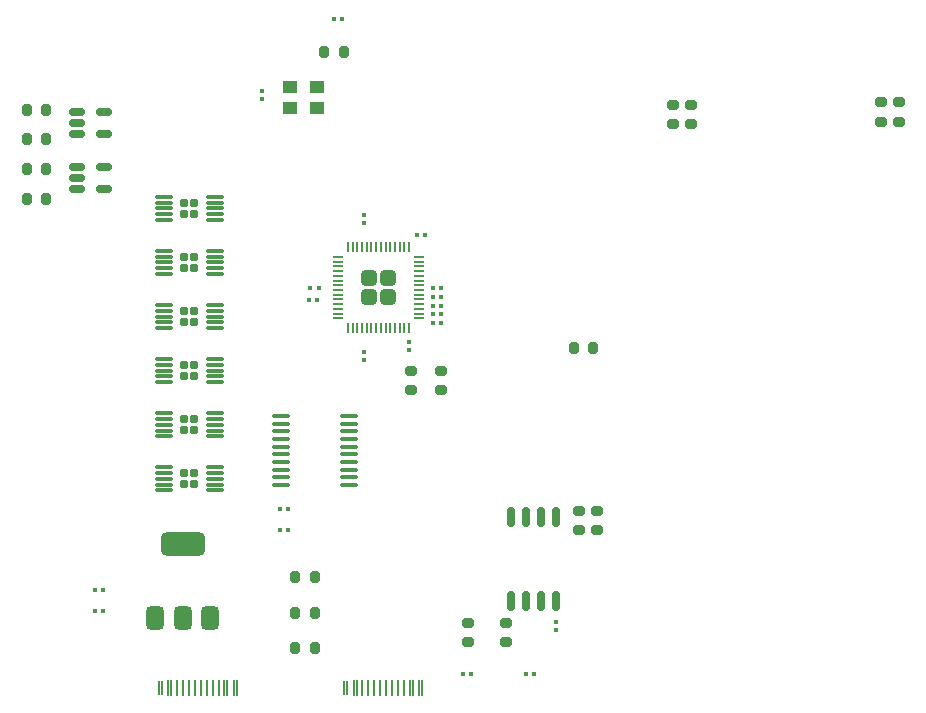
<source format=gbr>
%TF.GenerationSoftware,KiCad,Pcbnew,9.0.5*%
%TF.CreationDate,2025-12-07T11:51:17+11:00*%
%TF.ProjectId,inputSwitchboard,696e7075-7453-4776-9974-6368626f6172,rev?*%
%TF.SameCoordinates,Original*%
%TF.FileFunction,Paste,Top*%
%TF.FilePolarity,Positive*%
%FSLAX46Y46*%
G04 Gerber Fmt 4.6, Leading zero omitted, Abs format (unit mm)*
G04 Created by KiCad (PCBNEW 9.0.5) date 2025-12-07 11:51:17*
%MOMM*%
%LPD*%
G01*
G04 APERTURE LIST*
G04 Aperture macros list*
%AMRoundRect*
0 Rectangle with rounded corners*
0 $1 Rounding radius*
0 $2 $3 $4 $5 $6 $7 $8 $9 X,Y pos of 4 corners*
0 Add a 4 corners polygon primitive as box body*
4,1,4,$2,$3,$4,$5,$6,$7,$8,$9,$2,$3,0*
0 Add four circle primitives for the rounded corners*
1,1,$1+$1,$2,$3*
1,1,$1+$1,$4,$5*
1,1,$1+$1,$6,$7*
1,1,$1+$1,$8,$9*
0 Add four rect primitives between the rounded corners*
20,1,$1+$1,$2,$3,$4,$5,0*
20,1,$1+$1,$4,$5,$6,$7,0*
20,1,$1+$1,$6,$7,$8,$9,0*
20,1,$1+$1,$8,$9,$2,$3,0*%
G04 Aperture macros list end*
%ADD10RoundRect,0.079500X-0.079500X-0.100500X0.079500X-0.100500X0.079500X0.100500X-0.079500X0.100500X0*%
%ADD11RoundRect,0.079500X-0.100500X0.079500X-0.100500X-0.079500X0.100500X-0.079500X0.100500X0.079500X0*%
%ADD12RoundRect,0.079500X0.100500X-0.079500X0.100500X0.079500X-0.100500X0.079500X-0.100500X-0.079500X0*%
%ADD13R,1.300000X1.050000*%
%ADD14R,0.290000X1.300000*%
%ADD15R,0.290000X1.350000*%
%ADD16R,0.220000X1.350000*%
%ADD17R,0.250000X1.350000*%
%ADD18R,0.250000X1.300000*%
%ADD19RoundRect,0.200000X-0.275000X0.200000X-0.275000X-0.200000X0.275000X-0.200000X0.275000X0.200000X0*%
%ADD20RoundRect,0.100000X0.637500X0.100000X-0.637500X0.100000X-0.637500X-0.100000X0.637500X-0.100000X0*%
%ADD21RoundRect,0.200000X0.275000X-0.200000X0.275000X0.200000X-0.275000X0.200000X-0.275000X-0.200000X0*%
%ADD22RoundRect,0.200000X-0.200000X-0.275000X0.200000X-0.275000X0.200000X0.275000X-0.200000X0.275000X0*%
%ADD23RoundRect,0.170000X0.170000X0.210000X-0.170000X0.210000X-0.170000X-0.210000X0.170000X-0.210000X0*%
%ADD24RoundRect,0.075000X0.650000X0.075000X-0.650000X0.075000X-0.650000X-0.075000X0.650000X-0.075000X0*%
%ADD25RoundRect,0.150000X-0.512500X-0.150000X0.512500X-0.150000X0.512500X0.150000X-0.512500X0.150000X0*%
%ADD26RoundRect,0.162500X-0.162500X0.650000X-0.162500X-0.650000X0.162500X-0.650000X0.162500X0.650000X0*%
%ADD27RoundRect,0.200000X0.200000X0.275000X-0.200000X0.275000X-0.200000X-0.275000X0.200000X-0.275000X0*%
%ADD28RoundRect,0.249999X-0.395001X0.395001X-0.395001X-0.395001X0.395001X-0.395001X0.395001X0.395001X0*%
%ADD29RoundRect,0.050000X-0.050000X0.387500X-0.050000X-0.387500X0.050000X-0.387500X0.050000X0.387500X0*%
%ADD30RoundRect,0.050000X-0.387500X0.050000X-0.387500X-0.050000X0.387500X-0.050000X0.387500X0.050000X0*%
%ADD31RoundRect,0.375000X0.375000X-0.625000X0.375000X0.625000X-0.375000X0.625000X-0.375000X-0.625000X0*%
%ADD32RoundRect,0.500000X1.400000X-0.500000X1.400000X0.500000X-1.400000X0.500000X-1.400000X-0.500000X0*%
%ADD33RoundRect,0.079500X0.079500X0.100500X-0.079500X0.100500X-0.079500X-0.100500X0.079500X-0.100500X0*%
G04 APERTURE END LIST*
D10*
%TO.C,C5*%
X103840000Y-76240000D03*
X104530000Y-76240000D03*
%TD*%
%TO.C,C11*%
X104525000Y-76980000D03*
X103835000Y-76980000D03*
%TD*%
%TO.C,C15*%
X104535000Y-74000000D03*
X103845000Y-74000000D03*
%TD*%
D11*
%TO.C,C16*%
X114270000Y-102310000D03*
X114270000Y-103000000D03*
%TD*%
D12*
%TO.C,C17*%
X89410000Y-57345000D03*
X89410000Y-58035000D03*
%TD*%
D10*
%TO.C,C13*%
X104530000Y-75500000D03*
X103840000Y-75500000D03*
%TD*%
%TO.C,C12*%
X104535000Y-74750000D03*
X103845000Y-74750000D03*
%TD*%
D13*
%TO.C,Y1*%
X91740000Y-57000000D03*
X94040000Y-57000000D03*
X94040000Y-58750000D03*
X91740000Y-58750000D03*
%TD*%
D14*
%TO.C,J1*%
X96330000Y-107875000D03*
D15*
X97130000Y-107875000D03*
D16*
X98380000Y-107875000D03*
X99380000Y-107875000D03*
X99880000Y-107875000D03*
X100880000Y-107875000D03*
D15*
X102130000Y-107875000D03*
X102930000Y-107875000D03*
D17*
X102680000Y-107875000D03*
X101880000Y-107875000D03*
D16*
X101380000Y-107875000D03*
X100380000Y-107875000D03*
X98880000Y-107875000D03*
X97880000Y-107875000D03*
D17*
X97380000Y-107875000D03*
D18*
X96580000Y-107875000D03*
%TD*%
D19*
%TO.C,R6*%
X141775000Y-58300000D03*
X141775000Y-59950000D03*
%TD*%
D20*
%TO.C,U9*%
X96725000Y-90700000D03*
X96725000Y-90050000D03*
X96725000Y-89400000D03*
X96725000Y-88750000D03*
X96725000Y-88100000D03*
X96725000Y-87450000D03*
X96725000Y-86800000D03*
X96725000Y-86150000D03*
X96725000Y-85500000D03*
X96725000Y-84850000D03*
X91000000Y-84850000D03*
X91000000Y-85500000D03*
X91000000Y-86150000D03*
X91000000Y-86800000D03*
X91000000Y-87450000D03*
X91000000Y-88100000D03*
X91000000Y-88750000D03*
X91000000Y-89400000D03*
X91000000Y-90050000D03*
X91000000Y-90700000D03*
%TD*%
D14*
%TO.C,J2*%
X80645000Y-107880000D03*
D15*
X81445000Y-107880000D03*
D16*
X82695000Y-107880000D03*
X83695000Y-107880000D03*
X84195000Y-107880000D03*
X85195000Y-107880000D03*
D15*
X86445000Y-107880000D03*
X87245000Y-107880000D03*
D17*
X86995000Y-107880000D03*
X86195000Y-107880000D03*
D16*
X85695000Y-107880000D03*
X84695000Y-107880000D03*
X83195000Y-107880000D03*
X82195000Y-107880000D03*
D17*
X81695000Y-107880000D03*
D18*
X80895000Y-107880000D03*
%TD*%
D10*
%TO.C,C6*%
X102500000Y-69500000D03*
X103190000Y-69500000D03*
%TD*%
%TO.C,C18*%
X95455000Y-51250000D03*
X96145000Y-51250000D03*
%TD*%
%TO.C,C2*%
X75260000Y-101340000D03*
X75950000Y-101340000D03*
%TD*%
D11*
%TO.C,C10*%
X101839246Y-78610935D03*
X101839246Y-79300935D03*
%TD*%
D21*
%TO.C,R11*%
X104500000Y-82650000D03*
X104500000Y-81000000D03*
%TD*%
D22*
%TO.C,R17*%
X69457500Y-61415000D03*
X71107500Y-61415000D03*
%TD*%
D10*
%TO.C,D2*%
X106410000Y-106680000D03*
X107100000Y-106680000D03*
%TD*%
D22*
%TO.C,R19*%
X69457500Y-66435000D03*
X71107500Y-66435000D03*
%TD*%
D19*
%TO.C,R7*%
X125725000Y-58475000D03*
X125725000Y-60125000D03*
%TD*%
D23*
%TO.C,U4*%
X83620000Y-86045000D03*
X83620000Y-85105000D03*
X82780000Y-86045000D03*
X82780000Y-85105000D03*
D24*
X85350000Y-86575000D03*
X85350000Y-86075000D03*
X85350000Y-85575000D03*
X85350000Y-85075000D03*
X85350000Y-84575000D03*
X81050000Y-84575000D03*
X81050000Y-85075000D03*
X81050000Y-85575000D03*
X81050000Y-86075000D03*
X81050000Y-86575000D03*
%TD*%
D21*
%TO.C,R9*%
X106790000Y-104000000D03*
X106790000Y-102350000D03*
%TD*%
%TO.C,R12*%
X117700000Y-94525000D03*
X117700000Y-92875000D03*
%TD*%
D22*
%TO.C,R3*%
X92171070Y-98491977D03*
X93821070Y-98491977D03*
%TD*%
D19*
%TO.C,R5*%
X143300000Y-58300000D03*
X143300000Y-59950000D03*
%TD*%
D22*
%TO.C,R1*%
X92175000Y-104500000D03*
X93825000Y-104500000D03*
%TD*%
D23*
%TO.C,U8*%
X83620000Y-67745000D03*
X83620000Y-66805000D03*
X82780000Y-67745000D03*
X82780000Y-66805000D03*
D24*
X85350000Y-68275000D03*
X85350000Y-67775000D03*
X85350000Y-67275000D03*
X85350000Y-66775000D03*
X85350000Y-66275000D03*
X81050000Y-66275000D03*
X81050000Y-66775000D03*
X81050000Y-67275000D03*
X81050000Y-67775000D03*
X81050000Y-68275000D03*
%TD*%
D25*
%TO.C,U12*%
X73725000Y-63725000D03*
X73725000Y-64675000D03*
X73725000Y-65625000D03*
X76000000Y-65625000D03*
X76000000Y-63725000D03*
%TD*%
D23*
%TO.C,U3*%
X83620000Y-90620000D03*
X83620000Y-89680000D03*
X82780000Y-90620000D03*
X82780000Y-89680000D03*
D24*
X85350000Y-91150000D03*
X85350000Y-90650000D03*
X85350000Y-90150000D03*
X85350000Y-89650000D03*
X85350000Y-89150000D03*
X81050000Y-89150000D03*
X81050000Y-89650000D03*
X81050000Y-90150000D03*
X81050000Y-90650000D03*
X81050000Y-91150000D03*
%TD*%
D19*
%TO.C,R8*%
X124200000Y-58475000D03*
X124200000Y-60125000D03*
%TD*%
D23*
%TO.C,U7*%
X83620000Y-72320000D03*
X83620000Y-71380000D03*
X82780000Y-72320000D03*
X82780000Y-71380000D03*
D24*
X85350000Y-72850000D03*
X85350000Y-72350000D03*
X85350000Y-71850000D03*
X85350000Y-71350000D03*
X85350000Y-70850000D03*
X81050000Y-70850000D03*
X81050000Y-71350000D03*
X81050000Y-71850000D03*
X81050000Y-72350000D03*
X81050000Y-72850000D03*
%TD*%
D26*
%TO.C,U10*%
X114277500Y-93362500D03*
X113007500Y-93362500D03*
X111737500Y-93362500D03*
X110467500Y-93362500D03*
X110467500Y-100537500D03*
X111737500Y-100537500D03*
X113007500Y-100537500D03*
X114277500Y-100537500D03*
%TD*%
D23*
%TO.C,U5*%
X83620000Y-81470000D03*
X83620000Y-80530000D03*
X82780000Y-81470000D03*
X82780000Y-80530000D03*
D24*
X85350000Y-82000000D03*
X85350000Y-81500000D03*
X85350000Y-81000000D03*
X85350000Y-80500000D03*
X85350000Y-80000000D03*
X81050000Y-80000000D03*
X81050000Y-80500000D03*
X81050000Y-81000000D03*
X81050000Y-81500000D03*
X81050000Y-82000000D03*
%TD*%
D27*
%TO.C,R15*%
X117400000Y-79075000D03*
X115750000Y-79075000D03*
%TD*%
D21*
%TO.C,R10*%
X102000000Y-82650000D03*
X102000000Y-81000000D03*
%TD*%
D28*
%TO.C,U2*%
X100035000Y-73175000D03*
X98435000Y-73175000D03*
X100035000Y-74775000D03*
X98435000Y-74775000D03*
D29*
X101835000Y-70537500D03*
X101435000Y-70537500D03*
X101035000Y-70537500D03*
X100635000Y-70537500D03*
X100235000Y-70537500D03*
X99835000Y-70537500D03*
X99435000Y-70537500D03*
X99035000Y-70537500D03*
X98635000Y-70537500D03*
X98235000Y-70537500D03*
X97835000Y-70537500D03*
X97435000Y-70537500D03*
X97035000Y-70537500D03*
X96635000Y-70537500D03*
D30*
X95797500Y-71375000D03*
X95797500Y-71775000D03*
X95797500Y-72175000D03*
X95797500Y-72575000D03*
X95797500Y-72975000D03*
X95797500Y-73375000D03*
X95797500Y-73775000D03*
X95797500Y-74175000D03*
X95797500Y-74575000D03*
X95797500Y-74975000D03*
X95797500Y-75375000D03*
X95797500Y-75775000D03*
X95797500Y-76175000D03*
X95797500Y-76575000D03*
D29*
X96635000Y-77412500D03*
X97035000Y-77412500D03*
X97435000Y-77412500D03*
X97835000Y-77412500D03*
X98235000Y-77412500D03*
X98635000Y-77412500D03*
X99035000Y-77412500D03*
X99435000Y-77412500D03*
X99835000Y-77412500D03*
X100235000Y-77412500D03*
X100635000Y-77412500D03*
X101035000Y-77412500D03*
X101435000Y-77412500D03*
X101835000Y-77412500D03*
D30*
X102672500Y-76575000D03*
X102672500Y-76175000D03*
X102672500Y-75775000D03*
X102672500Y-75375000D03*
X102672500Y-74975000D03*
X102672500Y-74575000D03*
X102672500Y-74175000D03*
X102672500Y-73775000D03*
X102672500Y-73375000D03*
X102672500Y-72975000D03*
X102672500Y-72575000D03*
X102672500Y-72175000D03*
X102672500Y-71775000D03*
X102672500Y-71375000D03*
%TD*%
D22*
%TO.C,R18*%
X69457500Y-63925000D03*
X71107500Y-63925000D03*
%TD*%
D10*
%TO.C,D1*%
X111735000Y-106680000D03*
X112425000Y-106680000D03*
%TD*%
D21*
%TO.C,R4*%
X110060000Y-104000000D03*
X110060000Y-102350000D03*
%TD*%
D19*
%TO.C,R13*%
X116175000Y-92875000D03*
X116175000Y-94525000D03*
%TD*%
D10*
%TO.C,C1*%
X75260000Y-99590000D03*
X75950000Y-99590000D03*
%TD*%
%TO.C,C4*%
X90890000Y-94490000D03*
X91580000Y-94490000D03*
%TD*%
D22*
%TO.C,R2*%
X92175000Y-101500000D03*
X93825000Y-101500000D03*
%TD*%
D11*
%TO.C,C8*%
X98040000Y-79430000D03*
X98040000Y-80120000D03*
%TD*%
D25*
%TO.C,U11*%
X73725000Y-59100000D03*
X73725000Y-60050000D03*
X73725000Y-61000000D03*
X76000000Y-61000000D03*
X76000000Y-59100000D03*
%TD*%
D22*
%TO.C,R14*%
X94630000Y-54060000D03*
X96280000Y-54060000D03*
%TD*%
D31*
%TO.C,U1*%
X80350000Y-101950000D03*
X82650000Y-101950000D03*
D32*
X82650000Y-95650000D03*
D31*
X84950000Y-101950000D03*
%TD*%
D33*
%TO.C,C14*%
X94025000Y-75000000D03*
X93335000Y-75000000D03*
%TD*%
D22*
%TO.C,R16*%
X69457500Y-58905000D03*
X71107500Y-58905000D03*
%TD*%
D23*
%TO.C,U6*%
X83620000Y-76895000D03*
X83620000Y-75955000D03*
X82780000Y-76895000D03*
X82780000Y-75955000D03*
D24*
X85350000Y-77425000D03*
X85350000Y-76925000D03*
X85350000Y-76425000D03*
X85350000Y-75925000D03*
X85350000Y-75425000D03*
X81050000Y-75425000D03*
X81050000Y-75925000D03*
X81050000Y-76425000D03*
X81050000Y-76925000D03*
X81050000Y-77425000D03*
%TD*%
D33*
%TO.C,C9*%
X94165000Y-74000000D03*
X93475000Y-74000000D03*
%TD*%
D12*
%TO.C,C7*%
X98000000Y-68500000D03*
X98000000Y-67810000D03*
%TD*%
D10*
%TO.C,C3*%
X90890000Y-92740000D03*
X91580000Y-92740000D03*
%TD*%
M02*

</source>
